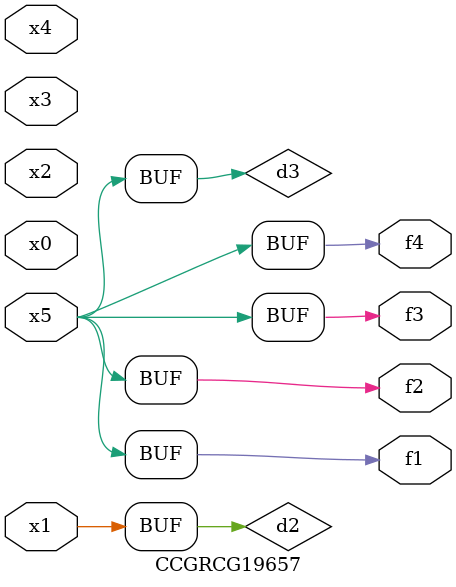
<source format=v>
module CCGRCG19657(
	input x0, x1, x2, x3, x4, x5,
	output f1, f2, f3, f4
);

	wire d1, d2, d3;

	not (d1, x5);
	or (d2, x1);
	xnor (d3, d1);
	assign f1 = d3;
	assign f2 = d3;
	assign f3 = d3;
	assign f4 = d3;
endmodule

</source>
